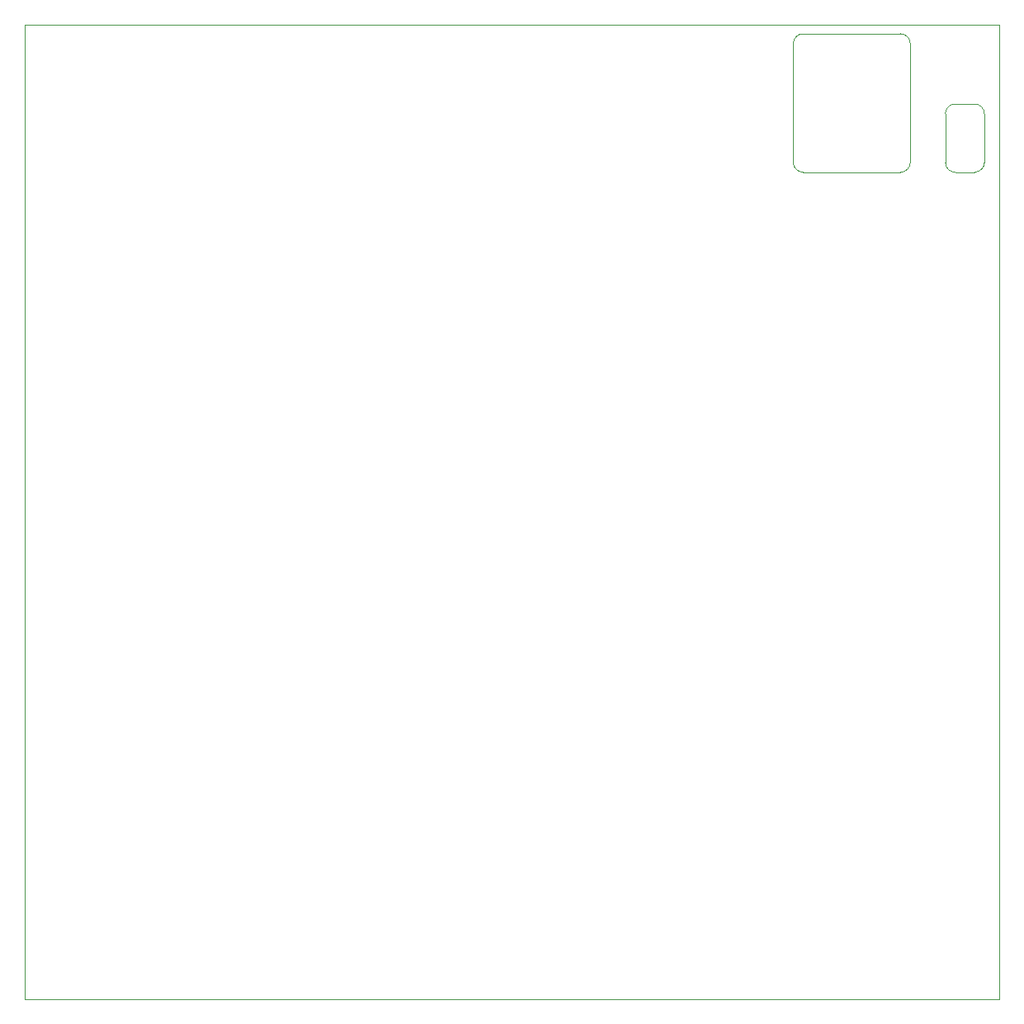
<source format=gm1>
G04 #@! TF.GenerationSoftware,KiCad,Pcbnew,(7.0.0)*
G04 #@! TF.CreationDate,2023-05-12T10:49:53+02:00*
G04 #@! TF.ProjectId,BMS_Project,424d535f-5072-46f6-9a65-63742e6b6963,rev?*
G04 #@! TF.SameCoordinates,Original*
G04 #@! TF.FileFunction,Profile,NP*
%FSLAX46Y46*%
G04 Gerber Fmt 4.6, Leading zero omitted, Abs format (unit mm)*
G04 Created by KiCad (PCBNEW (7.0.0)) date 2023-05-12 10:49:53*
%MOMM*%
%LPD*%
G01*
G04 APERTURE LIST*
G04 #@! TA.AperFunction,Profile*
%ADD10C,0.100000*%
G04 #@! TD*
G04 #@! TA.AperFunction,Profile*
%ADD11C,0.050000*%
G04 #@! TD*
G04 APERTURE END LIST*
D10*
X98700000Y-36100000D02*
X198700000Y-36100000D01*
X198700000Y-36100000D02*
X198700000Y-136100000D01*
X198700000Y-136100000D02*
X98700000Y-136100000D01*
X98700000Y-136100000D02*
X98700000Y-36100000D01*
D11*
X188550000Y-51250000D02*
X178550000Y-51250000D01*
X194150000Y-51250000D02*
X196150000Y-51250000D01*
X177550000Y-50250000D02*
X177550000Y-38050000D01*
X197150000Y-50250000D02*
X197150000Y-45250000D01*
X193150000Y-45250000D02*
X193150000Y-50250000D01*
X196150000Y-44250000D02*
X194150000Y-44250000D01*
X189550000Y-38050000D02*
X189550000Y-50250000D01*
X178550000Y-37050000D02*
X188550000Y-37050000D01*
X177550000Y-50250000D02*
G75*
G03*
X178550000Y-51250000I1000000J0D01*
G01*
X193150000Y-50250000D02*
G75*
G03*
X194150000Y-51250000I1000000J0D01*
G01*
X188550000Y-51250000D02*
G75*
G03*
X189550000Y-50250000I0J1000000D01*
G01*
X196150000Y-51250000D02*
G75*
G03*
X197150000Y-50250000I0J1000000D01*
G01*
X194150000Y-44250000D02*
G75*
G03*
X193150000Y-45250000I0J-1000000D01*
G01*
X197150000Y-45250000D02*
G75*
G03*
X196150000Y-44250000I-1000000J0D01*
G01*
X178550000Y-37050000D02*
G75*
G03*
X177550000Y-38050000I0J-1000000D01*
G01*
X189550000Y-38050000D02*
G75*
G03*
X188550000Y-37050000I-1000000J0D01*
G01*
M02*

</source>
